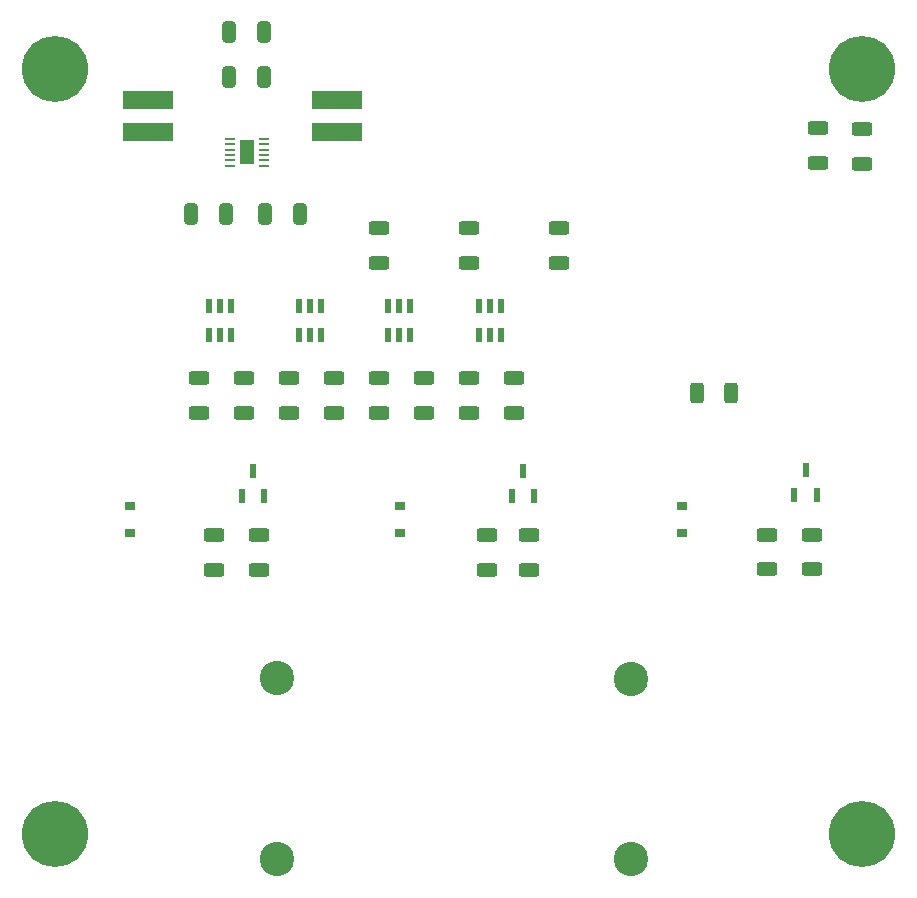
<source format=gbr>
%TF.GenerationSoftware,KiCad,Pcbnew,(6.0.7)*%
%TF.CreationDate,2023-04-05T20:56:44+02:00*%
%TF.ProjectId,rlc_meter,726c635f-6d65-4746-9572-2e6b69636164,rev?*%
%TF.SameCoordinates,Original*%
%TF.FileFunction,Soldermask,Bot*%
%TF.FilePolarity,Negative*%
%FSLAX46Y46*%
G04 Gerber Fmt 4.6, Leading zero omitted, Abs format (unit mm)*
G04 Created by KiCad (PCBNEW (6.0.7)) date 2023-04-05 20:56:44*
%MOMM*%
%LPD*%
G01*
G04 APERTURE LIST*
G04 Aperture macros list*
%AMRoundRect*
0 Rectangle with rounded corners*
0 $1 Rounding radius*
0 $2 $3 $4 $5 $6 $7 $8 $9 X,Y pos of 4 corners*
0 Add a 4 corners polygon primitive as box body*
4,1,4,$2,$3,$4,$5,$6,$7,$8,$9,$2,$3,0*
0 Add four circle primitives for the rounded corners*
1,1,$1+$1,$2,$3*
1,1,$1+$1,$4,$5*
1,1,$1+$1,$6,$7*
1,1,$1+$1,$8,$9*
0 Add four rect primitives between the rounded corners*
20,1,$1+$1,$2,$3,$4,$5,0*
20,1,$1+$1,$4,$5,$6,$7,0*
20,1,$1+$1,$6,$7,$8,$9,0*
20,1,$1+$1,$8,$9,$2,$3,0*%
G04 Aperture macros list end*
%ADD10C,2.910000*%
%ADD11R,0.850000X0.250000*%
%ADD12R,1.310000X2.120000*%
%ADD13R,0.900000X0.800000*%
%ADD14C,5.600000*%
%ADD15RoundRect,0.250000X0.625000X-0.312500X0.625000X0.312500X-0.625000X0.312500X-0.625000X-0.312500X0*%
%ADD16RoundRect,0.250000X0.325000X0.650000X-0.325000X0.650000X-0.325000X-0.650000X0.325000X-0.650000X0*%
%ADD17RoundRect,0.250000X-0.325000X-0.650000X0.325000X-0.650000X0.325000X0.650000X-0.325000X0.650000X0*%
%ADD18RoundRect,0.250000X-0.625000X0.312500X-0.625000X-0.312500X0.625000X-0.312500X0.625000X0.312500X0*%
%ADD19R,0.600000X1.250000*%
%ADD20RoundRect,0.250000X-0.312500X-0.625000X0.312500X-0.625000X0.312500X0.625000X-0.312500X0.625000X0*%
%ADD21R,4.300000X1.600000*%
%ADD22R,0.600000X1.200000*%
G04 APERTURE END LIST*
D10*
%TO.C,J105*%
X148844000Y-148884000D03*
X148844000Y-164184000D03*
%TD*%
%TO.C,J101*%
X118872000Y-148844000D03*
X118872000Y-164144000D03*
%TD*%
D11*
%TO.C,IC103*%
X117782000Y-103182000D03*
X117782000Y-103632000D03*
X117782000Y-104082000D03*
X117782000Y-104532000D03*
X117782000Y-104982000D03*
X117782000Y-105432000D03*
X114882000Y-105432000D03*
X114882000Y-104982000D03*
X114882000Y-104532000D03*
X114882000Y-104082000D03*
X114882000Y-103632000D03*
X114882000Y-103182000D03*
D12*
X116332000Y-104307000D03*
%TD*%
D13*
%TO.C,D103*%
X106426000Y-136532000D03*
X106426000Y-134232000D03*
%TD*%
%TO.C,D102*%
X129286000Y-136532000D03*
X129286000Y-134232000D03*
%TD*%
%TO.C,D101*%
X153162000Y-136532000D03*
X153162000Y-134232000D03*
%TD*%
D14*
%TO.C,*%
X100076000Y-162052000D03*
%TD*%
%TO.C,REF\u002A\u002A*%
X168402000Y-162052000D03*
%TD*%
%TO.C,*%
X100076000Y-97282000D03*
%TD*%
%TO.C,*%
X168402000Y-97282000D03*
%TD*%
D15*
%TO.C,R120*%
X123701500Y-126365500D03*
X123701500Y-123440500D03*
%TD*%
%TO.C,R102*%
X160335000Y-139604500D03*
X160335000Y-136679500D03*
%TD*%
%TO.C,R117*%
X131321500Y-126365500D03*
X131321500Y-123440500D03*
%TD*%
D16*
%TO.C,C113*%
X120825000Y-109525000D03*
X117875000Y-109525000D03*
%TD*%
D17*
%TO.C,C114*%
X114857000Y-97957000D03*
X117807000Y-97957000D03*
%TD*%
D18*
%TO.C,R103*%
X164145000Y-136679500D03*
X164145000Y-139604500D03*
%TD*%
%TO.C,R111*%
X135131500Y-123440500D03*
X135131500Y-126365500D03*
%TD*%
D17*
%TO.C,C115*%
X114857000Y-94147000D03*
X117807000Y-94147000D03*
%TD*%
D19*
%TO.C,Q101*%
X164592000Y-133350000D03*
X162682000Y-133350000D03*
X163637000Y-131250000D03*
%TD*%
D15*
%TO.C,R118*%
X135131500Y-113665500D03*
X135131500Y-110740500D03*
%TD*%
%TO.C,R114*%
X142751500Y-113665500D03*
X142751500Y-110740500D03*
%TD*%
D18*
%TO.C,R106*%
X140208000Y-136713500D03*
X140208000Y-139638500D03*
%TD*%
D15*
%TO.C,R123*%
X168375000Y-105287500D03*
X168375000Y-102362500D03*
%TD*%
%TO.C,R108*%
X113538000Y-139638500D03*
X113538000Y-136713500D03*
%TD*%
D20*
%TO.C,R101*%
X154412500Y-124725000D03*
X157337500Y-124725000D03*
%TD*%
D15*
%TO.C,R121*%
X119891500Y-126365500D03*
X119891500Y-123440500D03*
%TD*%
D18*
%TO.C,R109*%
X117348000Y-136713500D03*
X117348000Y-139638500D03*
%TD*%
D19*
%TO.C,Q102*%
X140655000Y-133384000D03*
X138745000Y-133384000D03*
X139700000Y-131284000D03*
%TD*%
D21*
%TO.C,L102*%
X107950000Y-102609000D03*
X107950000Y-99909000D03*
%TD*%
D18*
%TO.C,R119*%
X127511500Y-110740500D03*
X127511500Y-113665500D03*
%TD*%
D22*
%TO.C,U102*%
X114999500Y-119803000D03*
X114049500Y-119803000D03*
X113099500Y-119803000D03*
X113099500Y-117303000D03*
X114049500Y-117303000D03*
X114999500Y-117303000D03*
%TD*%
%TO.C,U101*%
X137859500Y-119803000D03*
X136909500Y-119803000D03*
X135959500Y-119803000D03*
X135959500Y-117303000D03*
X136909500Y-117303000D03*
X137859500Y-117303000D03*
%TD*%
D18*
%TO.C,R115*%
X116081500Y-123440500D03*
X116081500Y-126365500D03*
%TD*%
D22*
%TO.C,U103*%
X130173500Y-119823000D03*
X129223500Y-119823000D03*
X128273500Y-119823000D03*
X128273500Y-117323000D03*
X129223500Y-117323000D03*
X130173500Y-117323000D03*
%TD*%
D19*
%TO.C,Q103*%
X117795000Y-133384000D03*
X115885000Y-133384000D03*
X116840000Y-131284000D03*
%TD*%
D17*
%TO.C,C112*%
X111575000Y-109525000D03*
X114525000Y-109525000D03*
%TD*%
D15*
%TO.C,R112*%
X138941500Y-126365500D03*
X138941500Y-123440500D03*
%TD*%
D22*
%TO.C,U104*%
X122619500Y-119803000D03*
X121669500Y-119803000D03*
X120719500Y-119803000D03*
X120719500Y-117303000D03*
X121669500Y-117303000D03*
X122619500Y-117303000D03*
%TD*%
D15*
%TO.C,R122*%
X164685000Y-105211500D03*
X164685000Y-102286500D03*
%TD*%
D21*
%TO.C,L101*%
X123952000Y-102609000D03*
X123952000Y-99909000D03*
%TD*%
D18*
%TO.C,R116*%
X127511500Y-123440500D03*
X127511500Y-126365500D03*
%TD*%
D15*
%TO.C,R105*%
X136652000Y-139638500D03*
X136652000Y-136713500D03*
%TD*%
D18*
%TO.C,R113*%
X112271500Y-123440500D03*
X112271500Y-126365500D03*
%TD*%
M02*

</source>
